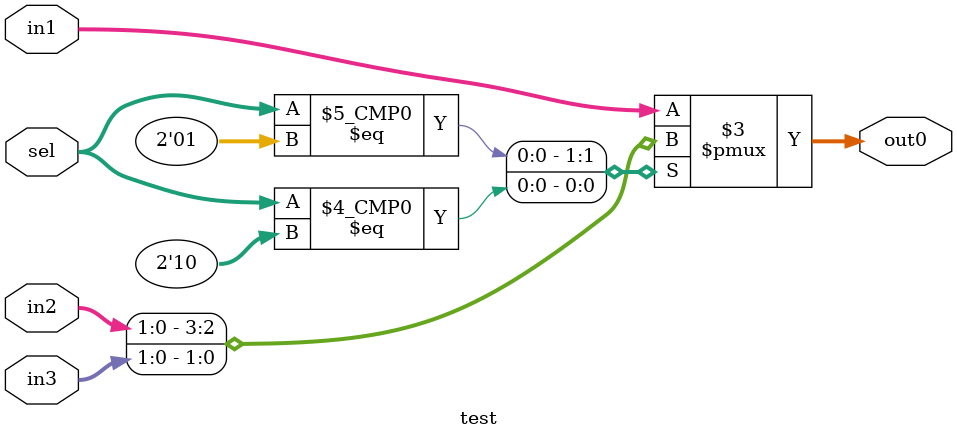
<source format=v>
module test (out0,in1,in2,in3,sel);
 input [1:0] in1,in2,in3,sel;
 output [1:0] out0;
 reg [1:0] out0;
 always @( in1 or in2 or sel) begin
   casex(sel) //warning here
    2'b00: out0 = in1;
    2'b01: out0 = in2;
    2'b10: out0 = in3;
    default: out0 = in1;
   endcase
 end
endmodule


</source>
